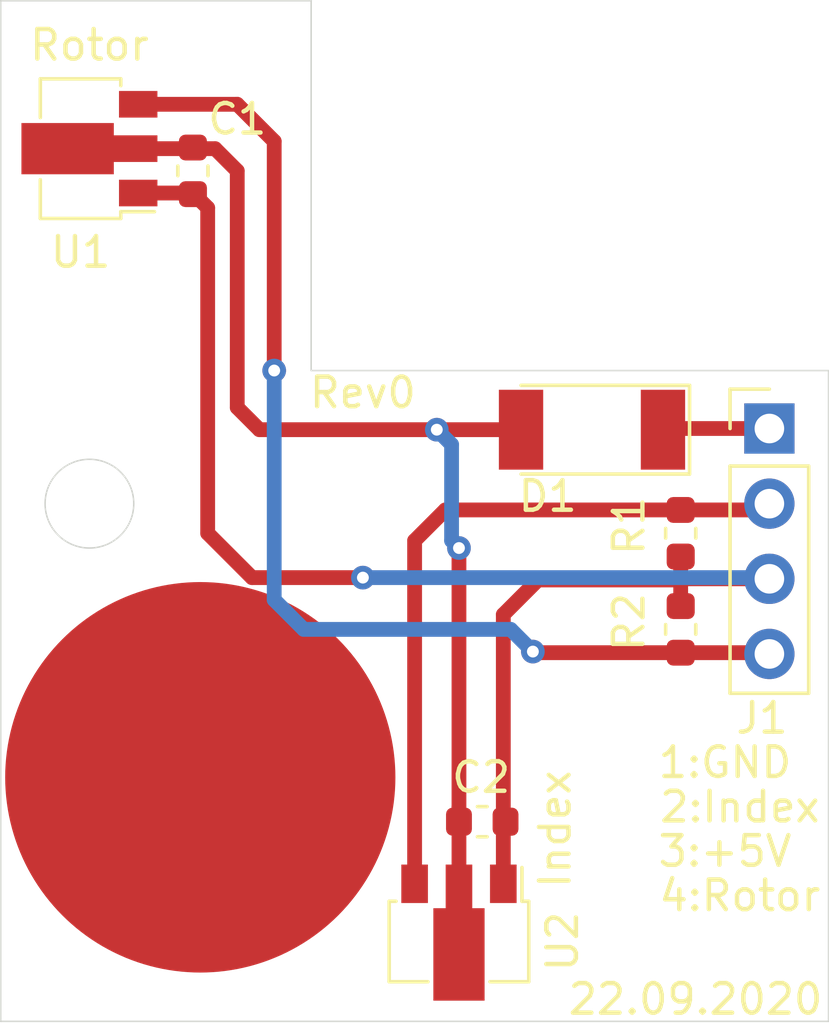
<source format=kicad_pcb>
(kicad_pcb (version 20171130) (host pcbnew "(5.1.6)-1")

  (general
    (thickness 1.6)
    (drawings 16)
    (tracks 55)
    (zones 0)
    (modules 9)
    (nets 6)
  )

  (page A4)
  (layers
    (0 F.Cu signal)
    (31 B.Cu signal)
    (32 B.Adhes user)
    (33 F.Adhes user)
    (34 B.Paste user)
    (35 F.Paste user)
    (36 B.SilkS user)
    (37 F.SilkS user)
    (38 B.Mask user)
    (39 F.Mask user)
    (40 Dwgs.User user hide)
    (41 Cmts.User user hide)
    (42 Eco1.User user hide)
    (43 Eco2.User user)
    (44 Edge.Cuts user)
    (45 Margin user hide)
    (46 B.CrtYd user hide)
    (47 F.CrtYd user hide)
    (48 B.Fab user hide)
    (49 F.Fab user hide)
  )

  (setup
    (last_trace_width 0.5)
    (user_trace_width 0.5)
    (trace_clearance 0.2)
    (zone_clearance 0.508)
    (zone_45_only no)
    (trace_min 0.2)
    (via_size 0.8)
    (via_drill 0.4)
    (via_min_size 0.4)
    (via_min_drill 0.3)
    (uvia_size 0.3)
    (uvia_drill 0.1)
    (uvias_allowed no)
    (uvia_min_size 0.2)
    (uvia_min_drill 0.1)
    (edge_width 0.05)
    (segment_width 0.2)
    (pcb_text_width 0.3)
    (pcb_text_size 1.5 1.5)
    (mod_edge_width 0.12)
    (mod_text_size 1 1)
    (mod_text_width 0.15)
    (pad_size 1.524 1.524)
    (pad_drill 0.762)
    (pad_to_mask_clearance 0.05)
    (aux_axis_origin 0 0)
    (visible_elements FFFFFF7F)
    (pcbplotparams
      (layerselection 0x010fc_ffffffff)
      (usegerberextensions false)
      (usegerberattributes true)
      (usegerberadvancedattributes true)
      (creategerberjobfile true)
      (excludeedgelayer true)
      (linewidth 0.100000)
      (plotframeref false)
      (viasonmask false)
      (mode 1)
      (useauxorigin false)
      (hpglpennumber 1)
      (hpglpenspeed 20)
      (hpglpendiameter 15.000000)
      (psnegative false)
      (psa4output false)
      (plotreference true)
      (plotvalue true)
      (plotinvisibletext false)
      (padsonsilk false)
      (subtractmaskfromsilk false)
      (outputformat 1)
      (mirror false)
      (drillshape 0)
      (scaleselection 1)
      (outputdirectory "Gerber/"))
  )

  (net 0 "")
  (net 1 GND)
  (net 2 +5V)
  (net 3 "Net-(D1-Pad1)")
  (net 4 /Rotor_Sens)
  (net 5 "Net-(J1-Pad2)")

  (net_class Default "This is the default net class."
    (clearance 0.2)
    (trace_width 0.25)
    (via_dia 0.8)
    (via_drill 0.4)
    (uvia_dia 0.3)
    (uvia_drill 0.1)
    (add_net +5V)
    (add_net /Rotor_Sens)
    (add_net GND)
    (add_net "Net-(D1-Pad1)")
    (add_net "Net-(J1-Pad2)")
  )

  (module nerdberg_logo:nerdbergLogo_klein (layer F.Cu) (tedit 5F69BE7A) (tstamp 5F69DC43)
    (at 81.8 66.25)
    (fp_text reference G*** (at 0 0) (layer F.SilkS) hide
      (effects (font (size 1.524 1.524) (thickness 0.3)))
    )
    (fp_text value LOGO (at 0.75 0) (layer F.SilkS) hide
      (effects (font (size 1.524 1.524) (thickness 0.3)))
    )
    (fp_poly (pts (xy 0.52841 -6.57718) (xy 0.931699 -6.53024) (xy 0.9692 -6.524586) (xy 1.365924 -6.450862)
      (xy 1.756595 -6.352862) (xy 2.140006 -6.23121) (xy 2.514947 -6.086527) (xy 2.880211 -5.919434)
      (xy 3.234589 -5.730554) (xy 3.576874 -5.520506) (xy 3.905857 -5.289914) (xy 4.220331 -5.039398)
      (xy 4.519086 -4.769581) (xy 4.668257 -4.621412) (xy 4.948342 -4.316193) (xy 5.206712 -3.997899)
      (xy 5.443169 -3.66695) (xy 5.657518 -3.323766) (xy 5.84956 -2.968766) (xy 6.019099 -2.602373)
      (xy 6.165937 -2.225005) (xy 6.289878 -1.837084) (xy 6.390723 -1.439029) (xy 6.468277 -1.031261)
      (xy 6.515074 -0.6834) (xy 6.523755 -0.583939) (xy 6.53055 -0.464113) (xy 6.535459 -0.328888)
      (xy 6.53848 -0.183228) (xy 6.539615 -0.032099) (xy 6.538863 0.119533) (xy 6.536225 0.266705)
      (xy 6.531699 0.404449) (xy 6.525287 0.527803) (xy 6.516988 0.631799) (xy 6.515074 0.6501)
      (xy 6.457655 1.063699) (xy 6.377393 1.466416) (xy 6.274132 1.858791) (xy 6.147713 2.241366)
      (xy 5.99798 2.614683) (xy 5.858574 2.912508) (xy 5.823116 2.983079) (xy 5.788934 3.050242)
      (xy 5.758697 3.108815) (xy 5.735074 3.153618) (xy 5.723456 3.174799) (xy 5.570474 3.433623)
      (xy 5.417405 3.672135) (xy 5.260589 3.895168) (xy 5.096363 4.107556) (xy 4.921064 4.314134)
      (xy 4.73103 4.519735) (xy 4.614629 4.638429) (xy 4.348096 4.892421) (xy 4.07823 5.123891)
      (xy 3.801001 5.335708) (xy 3.51238 5.530739) (xy 3.208339 5.711853) (xy 2.884847 5.881919)
      (xy 2.830454 5.908567) (xy 2.496041 6.060333) (xy 2.161009 6.190896) (xy 1.821737 6.301281)
      (xy 1.474599 6.392516) (xy 1.115972 6.465628) (xy 0.742232 6.521643) (xy 0.6136 6.536701)
      (xy 0.536749 6.543411) (xy 0.439535 6.549278) (xy 0.326983 6.554216) (xy 0.204118 6.558139)
      (xy 0.075965 6.560961) (xy -0.052451 6.562597) (xy -0.176104 6.56296) (xy -0.28997 6.561964)
      (xy -0.389022 6.559523) (xy -0.468237 6.555552) (xy -0.472118 6.555273) (xy -0.884322 6.512548)
      (xy -1.290081 6.445573) (xy -1.688575 6.354682) (xy -2.078985 6.240209) (xy -2.46049 6.10249)
      (xy -2.832271 5.94186) (xy -3.193505 5.758653) (xy -3.543375 5.553205) (xy -3.881059 5.325849)
      (xy -4.205737 5.076922) (xy -4.314 4.986596) (xy -4.391484 4.918121) (xy -4.480865 4.835069)
      (xy -4.577984 4.741632) (xy -4.678683 4.642004) (xy -4.7788 4.540378) (xy -4.874177 4.440948)
      (xy -4.960654 4.347906) (xy -5.034072 4.265446) (xy -5.062329 4.232204) (xy -5.319074 3.905998)
      (xy -5.552202 3.571366) (xy -5.761976 3.227692) (xy -5.948656 2.874361) (xy -6.112505 2.510756)
      (xy -6.253785 2.136262) (xy -6.372758 1.750262) (xy -6.469687 1.35214) (xy -6.544832 0.941281)
      (xy -6.583373 0.65645) (xy -6.591157 0.571409) (xy -6.597413 0.465549) (xy -6.602139 0.343403)
      (xy -6.605337 0.209506) (xy -6.607006 0.068392) (xy -6.607076 -0.00395) (xy -6.376868 -0.00395)
      (xy -6.374675 0.202338) (xy -6.368294 0.389803) (xy -6.357116 0.564768) (xy -6.340529 0.733555)
      (xy -6.317924 0.902489) (xy -6.288692 1.077892) (xy -6.256284 1.246155) (xy -6.165148 1.63217)
      (xy -6.049746 2.012296) (xy -5.910819 2.384867) (xy -5.749109 2.748212) (xy -5.565359 3.100664)
      (xy -5.36031 3.440553) (xy -5.137294 3.762714) (xy -4.940534 4.013192) (xy -4.723387 4.26147)
      (xy -4.490721 4.502651) (xy -4.247404 4.731835) (xy -3.998305 4.944123) (xy -3.842148 5.065821)
      (xy -3.538976 5.278818) (xy -3.218047 5.476579) (xy -2.88332 5.657036) (xy -2.538756 5.818123)
      (xy -2.188316 5.957773) (xy -2.021363 6.015861) (xy -1.654679 6.124782) (xy -1.279714 6.211551)
      (xy -0.89955 6.275753) (xy -0.517267 6.316972) (xy -0.135948 6.334794) (xy 0.241327 6.328802)
      (xy 0.2834 6.326618) (xy 0.692255 6.291629) (xy 1.093009 6.23262) (xy 1.485496 6.149642)
      (xy 1.869556 6.042747) (xy 2.245025 5.911988) (xy 2.61174 5.757416) (xy 2.969538 5.579083)
      (xy 3.318256 5.377042) (xy 3.3822 5.33679) (xy 3.710843 5.112302) (xy 4.023927 4.868054)
      (xy 4.320661 4.604949) (xy 4.600254 4.323892) (xy 4.861913 4.025789) (xy 5.104848 3.711544)
      (xy 5.328268 3.382061) (xy 5.53138 3.038246) (xy 5.713394 2.681004) (xy 5.723092 2.660309)
      (xy 5.879008 2.296356) (xy 6.011008 1.925161) (xy 6.119127 1.547937) (xy 6.203401 1.165897)
      (xy 6.263866 0.780256) (xy 6.300556 0.392226) (xy 6.313506 0.003022) (xy 6.302753 -0.386144)
      (xy 6.268331 -0.774057) (xy 6.210276 -1.159503) (xy 6.128623 -1.541271) (xy 6.023408 -1.918145)
      (xy 5.894665 -2.288912) (xy 5.742429 -2.65236) (xy 5.566738 -3.007273) (xy 5.557688 -3.024123)
      (xy 5.404099 -3.295208) (xy 5.244311 -3.548858) (xy 5.074782 -3.789797) (xy 4.89197 -4.02275)
      (xy 4.692333 -4.252441) (xy 4.472329 -4.483596) (xy 4.437087 -4.518953) (xy 4.244394 -4.705076)
      (xy 4.056963 -4.873007) (xy 3.868999 -5.027422) (xy 3.674707 -5.172998) (xy 3.468292 -5.31441)
      (xy 3.3822 -5.370114) (xy 3.036975 -5.575286) (xy 2.681883 -5.757326) (xy 2.317963 -5.916043)
      (xy 1.946257 -6.051243) (xy 1.567805 -6.162734) (xy 1.183648 -6.250322) (xy 0.794826 -6.313815)
      (xy 0.402382 -6.35302) (xy 0.007354 -6.367743) (xy -0.389215 -6.357792) (xy -0.786286 -6.322975)
      (xy -1.182817 -6.263098) (xy -1.306967 -6.239113) (xy -1.683628 -6.149805) (xy -2.057005 -6.036076)
      (xy -2.424797 -5.898889) (xy -2.784703 -5.739206) (xy -3.134421 -5.557986) (xy -3.471652 -5.356192)
      (xy -3.562135 -5.297059) (xy -3.855192 -5.088323) (xy -4.141369 -4.857662) (xy -4.417266 -4.60831)
      (xy -4.679484 -4.343504) (xy -4.924623 -4.066478) (xy -5.133897 -3.80125) (xy -5.356614 -3.480799)
      (xy -5.559516 -3.145393) (xy -5.741851 -2.796859) (xy -5.902865 -2.437028) (xy -6.041808 -2.067727)
      (xy -6.157927 -1.690786) (xy -6.250472 -1.308033) (xy -6.318689 -0.921298) (xy -6.319112 -0.91835)
      (xy -6.335963 -0.795539) (xy -6.349359 -0.68438) (xy -6.359648 -0.579335) (xy -6.367181 -0.474869)
      (xy -6.372308 -0.365443) (xy -6.375377 -0.245521) (xy -6.37674 -0.109567) (xy -6.376868 -0.00395)
      (xy -6.607076 -0.00395) (xy -6.607146 -0.075404) (xy -6.605758 -0.217349) (xy -6.60284 -0.352908)
      (xy -6.598393 -0.477547) (xy -6.592418 -0.586732) (xy -6.584914 -0.675928) (xy -6.583373 -0.68975)
      (xy -6.522803 -1.109493) (xy -6.440657 -1.51604) (xy -6.336668 -1.910019) (xy -6.210568 -2.292058)
      (xy -6.062091 -2.662786) (xy -5.89097 -3.02283) (xy -5.696937 -3.372818) (xy -5.479725 -3.713379)
      (xy -5.239067 -4.045139) (xy -5.062329 -4.265505) (xy -4.99632 -4.341685) (xy -4.915337 -4.430377)
      (xy -4.82354 -4.527388) (xy -4.725088 -4.628524) (xy -4.62414 -4.729592) (xy -4.524857 -4.8264)
      (xy -4.431397 -4.914753) (xy -4.347921 -4.990458) (xy -4.314 -5.019897) (xy -3.995841 -5.274644)
      (xy -3.664685 -5.50802) (xy -3.321609 -5.71972) (xy -2.967687 -5.909437) (xy -2.603992 -6.076866)
      (xy -2.231601 -6.221699) (xy -1.851586 -6.343632) (xy -1.465023 -6.442359) (xy -1.072986 -6.517573)
      (xy -0.67655 -6.568968) (xy -0.276789 -6.596238) (xy 0.125222 -6.599077) (xy 0.52841 -6.57718)) (layer F.Mask) (width 0.01))
    (fp_poly (pts (xy 2.521544 -5.745667) (xy 2.551848 -5.738037) (xy 2.570048 -5.726105) (xy 2.58015 -5.703689)
      (xy 2.586159 -5.664608) (xy 2.588346 -5.64258) (xy 2.594701 -5.585932) (xy 2.603333 -5.521921)
      (xy 2.609185 -5.484) (xy 2.614037 -5.448576) (xy 2.615818 -5.414201) (xy 2.614131 -5.375354)
      (xy 2.608579 -5.326517) (xy 2.598765 -5.262169) (xy 2.589088 -5.2046) (xy 2.569496 -5.093047)
      (xy 2.552708 -5.003966) (xy 2.538076 -4.934668) (xy 2.524946 -4.882461) (xy 2.512668 -4.844654)
      (xy 2.500591 -4.818557) (xy 2.492847 -4.806987) (xy 2.482784 -4.786703) (xy 2.470639 -4.748095)
      (xy 2.456056 -4.68967) (xy 2.438677 -4.609932) (xy 2.418146 -4.507388) (xy 2.405322 -4.440409)
      (xy 2.388131 -4.348158) (xy 2.372425 -4.261356) (xy 2.358884 -4.183965) (xy 2.348187 -4.119944)
      (xy 2.341016 -4.073252) (xy 2.338115 -4.04899) (xy 2.33445 -3.993658) (xy 2.4043 -3.966577)
      (xy 2.47415 -3.939497) (xy 2.473812 -3.883074) (xy 2.471759 -3.848301) (xy 2.466425 -3.795682)
      (xy 2.458626 -3.73244) (xy 2.449466 -3.667689) (xy 2.44089 -3.603924) (xy 2.435096 -3.546533)
      (xy 2.432578 -3.501652) (xy 2.433827 -3.475418) (xy 2.433967 -3.474828) (xy 2.451072 -3.444919)
      (xy 2.484544 -3.412953) (xy 2.496412 -3.404359) (xy 2.529113 -3.37975) (xy 2.544876 -3.358601)
      (xy 2.549195 -3.332463) (xy 2.54911 -3.323349) (xy 2.54054 -3.284179) (xy 2.518051 -3.231145)
      (xy 2.494413 -3.187378) (xy 2.440956 -3.095847) (xy 2.32805 -2.426199) (xy 2.294934 -2.230922)
      (xy 2.262017 -2.038991) (xy 2.229601 -1.852054) (xy 2.197989 -1.671758) (xy 2.167482 -1.499751)
      (xy 2.138385 -1.33768) (xy 2.110998 -1.187192) (xy 2.085625 -1.049936) (xy 2.062568 -0.927557)
      (xy 2.04213 -0.821705) (xy 2.024613 -0.734025) (xy 2.010319 -0.666167) (xy 1.999551 -0.619776)
      (xy 1.992612 -0.596501) (xy 1.991809 -0.594921) (xy 1.976169 -0.585952) (xy 1.94609 -0.577351)
      (xy 1.94089 -0.576315) (xy 1.911593 -0.569797) (xy 1.896752 -0.564495) (xy 1.8963 -0.563824)
      (xy 1.894275 -0.550735) (xy 1.888415 -0.514511) (xy 1.879036 -0.457073) (xy 1.866455 -0.380344)
      (xy 1.850991 -0.286246) (xy 1.83296 -0.176701) (xy 1.812681 -0.053631) (xy 1.790471 0.08104)
      (xy 1.766648 0.225392) (xy 1.741528 0.377501) (xy 1.71543 0.535446) (xy 1.688672 0.697304)
      (xy 1.66157 0.861154) (xy 1.634442 1.025072) (xy 1.607606 1.187136) (xy 1.58138 1.345425)
      (xy 1.55608 1.498015) (xy 1.532025 1.642985) (xy 1.509533 1.778413) (xy 1.488919 1.902376)
      (xy 1.483856 1.9328) (xy 1.452663 2.119754) (xy 1.425057 2.284134) (xy 1.400572 2.42844)
      (xy 1.378742 2.555171) (xy 1.359101 2.666827) (xy 1.341182 2.765908) (xy 1.32452 2.854915)
      (xy 1.308649 2.936346) (xy 1.293103 3.012703) (xy 1.277416 3.086485) (xy 1.261122 3.160192)
      (xy 1.243755 3.236324) (xy 1.229386 3.29805) (xy 1.171105 3.551163) (xy 1.117082 3.794671)
      (xy 1.067811 4.026144) (xy 1.023783 4.243154) (xy 0.98549 4.443271) (xy 0.953423 4.624067)
      (xy 0.928076 4.783113) (xy 0.926605 4.793102) (xy 0.915111 4.865723) (xy 0.903013 4.9321)
      (xy 0.891386 4.986986) (xy 0.881307 5.025135) (xy 0.876376 5.03795) (xy 0.861686 5.067571)
      (xy 0.840647 5.111921) (xy 0.817263 5.162532) (xy 0.811869 5.1744) (xy 0.768283 5.262556)
      (xy 0.722883 5.335352) (xy 0.669133 5.402389) (xy 0.624608 5.44945) (xy 0.528351 5.532884)
      (xy 0.419349 5.60442) (xy 0.306214 5.658649) (xy 0.271956 5.670998) (xy 0.227277 5.684797)
      (xy 0.185936 5.694732) (xy 0.141681 5.701636) (xy 0.088262 5.70634) (xy 0.019425 5.709675)
      (xy -0.031589 5.711356) (xy -0.127496 5.713118) (xy -0.202463 5.711877) (xy -0.260797 5.707447)
      (xy -0.306802 5.699644) (xy -0.30715 5.699563) (xy -0.429101 5.66451) (xy -0.54156 5.619088)
      (xy -0.641367 5.565267) (xy -0.725362 5.505017) (xy -0.790384 5.440309) (xy -0.833272 5.373115)
      (xy -0.834247 5.370938) (xy -0.871538 5.272756) (xy -0.903496 5.158395) (xy -0.930379 5.026236)
      (xy -0.952441 4.874659) (xy -0.96994 4.702046) (xy -0.983133 4.506776) (xy -0.988253 4.398734)
      (xy -0.991796 4.300809) (xy -0.994195 4.202936) (xy -0.995383 4.102874) (xy -0.995292 3.998382)
      (xy -0.993856 3.887219) (xy -0.991007 3.767146) (xy -0.986677 3.63592) (xy -0.9808 3.491303)
      (xy -0.973307 3.331053) (xy -0.964132 3.152929) (xy -0.953207 2.954692) (xy -0.940465 2.734099)
      (xy -0.935891 2.6567) (xy -0.920673 2.393086) (xy -0.907841 2.153481) (xy -0.897451 1.9366)
      (xy -0.889556 1.741161) (xy -0.88421 1.565878) (xy -0.881467 1.409468) (xy -0.881381 1.270648)
      (xy -0.884006 1.148132) (xy -0.889397 1.040637) (xy -0.897608 0.94688) (xy -0.908692 0.865575)
      (xy -0.922704 0.79544) (xy -0.939698 0.735191) (xy -0.959728 0.683542) (xy -0.982847 0.639211)
      (xy -1.009111 0.600914) (xy -1.023218 0.583878) (xy -1.102637 0.512064) (xy -1.196644 0.458475)
      (xy -1.300953 0.424341) (xy -1.411276 0.410893) (xy -1.523325 0.41936) (xy -1.564957 0.428448)
      (xy -1.658571 0.457149) (xy -1.736293 0.492079) (xy -1.800865 0.536276) (xy -1.85503 0.59278)
      (xy -1.901531 0.66463) (xy -1.943108 0.754866) (xy -1.982506 0.866526) (xy -1.994142 0.9041)
      (xy -2.006231 0.944982) (xy -2.017512 0.985491) (xy -2.028175 1.027065) (xy -2.038406 1.071144)
      (xy -2.048394 1.11917) (xy -2.058328 1.172582) (xy -2.068395 1.23282) (xy -2.078782 1.301325)
      (xy -2.089679 1.379537) (xy -2.101274 1.468897) (xy -2.113753 1.570843) (xy -2.127306 1.686818)
      (xy -2.14212 1.81826) (xy -2.158384 1.966611) (xy -2.176285 2.13331) (xy -2.196012 2.319797)
      (xy -2.217752 2.527513) (xy -2.241694 2.757899) (xy -2.262766 2.9615) (xy -2.294112 3.264422)
      (xy -2.323002 3.542911) (xy -2.349525 3.797805) (xy -2.373771 4.029942) (xy -2.395829 4.240161)
      (xy -2.415788 4.4293) (xy -2.433738 4.598198) (xy -2.449769 4.747693) (xy -2.463969 4.878623)
      (xy -2.476428 4.991828) (xy -2.487236 5.088146) (xy -2.496481 5.168414) (xy -2.504254 5.233473)
      (xy -2.509185 5.2729) (xy -2.532812 5.45705) (xy -2.534406 5.335086) (xy -2.53415 5.251696)
      (xy -2.531607 5.146457) (xy -2.526932 5.021295) (xy -2.52028 4.878136) (xy -2.511807 4.718904)
      (xy -2.501667 4.545526) (xy -2.490016 4.359928) (xy -2.477009 4.164034) (xy -2.4628 3.95977)
      (xy -2.447545 3.749062) (xy -2.431399 3.533835) (xy -2.414518 3.316015) (xy -2.397055 3.097527)
      (xy -2.379167 2.880297) (xy -2.361008 2.666251) (xy -2.342733 2.457313) (xy -2.324498 2.25541)
      (xy -2.306457 2.062466) (xy -2.288767 1.880408) (xy -2.271581 1.711162) (xy -2.255055 1.556651)
      (xy -2.239344 1.418803) (xy -2.224602 1.299543) (xy -2.210987 1.200795) (xy -2.198651 1.124486)
      (xy -2.192854 1.0946) (xy -2.147763 0.912078) (xy -2.094038 0.750968) (xy -2.031987 0.611849)
      (xy -1.961917 0.4953) (xy -1.884135 0.401903) (xy -1.798948 0.332237) (xy -1.785013 0.323548)
      (xy -1.697832 0.280983) (xy -1.604608 0.255538) (xy -1.499556 0.245992) (xy -1.42475 0.24759)
      (xy -1.27487 0.265412) (xy -1.142787 0.301029) (xy -1.02869 0.354298) (xy -0.932764 0.425078)
      (xy -0.855196 0.513224) (xy -0.796171 0.618596) (xy -0.755876 0.741051) (xy -0.751087 0.762663)
      (xy -0.736283 0.854291) (xy -0.725623 0.967049) (xy -0.719108 1.101463) (xy -0.716742 1.258059)
      (xy -0.718526 1.437362) (xy -0.724462 1.639897) (xy -0.734553 1.86619) (xy -0.748799 2.116765)
      (xy -0.75699 2.24395) (xy -0.776779 2.553401) (xy -0.79341 2.840925) (xy -0.807009 3.109779)
      (xy -0.817706 3.363222) (xy -0.825628 3.604513) (xy -0.830902 3.83691) (xy -0.833658 4.063671)
      (xy -0.834159 4.208789) (xy -0.833948 4.338851) (xy -0.833188 4.447331) (xy -0.831735 4.538043)
      (xy -0.829439 4.614802) (xy -0.826154 4.681423) (xy -0.821734 4.741721) (xy -0.81603 4.79951)
      (xy -0.809168 4.856489) (xy -0.792093 4.975589) (xy -0.773514 5.073592) (xy -0.751704 5.154799)
      (xy -0.724937 5.223511) (xy -0.691484 5.284032) (xy -0.649619 5.340662) (xy -0.597614 5.397703)
      (xy -0.587934 5.407458) (xy -0.53538 5.455897) (xy -0.484294 5.492693) (xy -0.42942 5.519861)
      (xy -0.365502 5.539417) (xy -0.287285 5.553376) (xy -0.189513 5.563755) (xy -0.177875 5.564721)
      (xy -0.031384 5.570447) (xy 0.095716 5.562019) (xy 0.205222 5.539295) (xy 0.227251 5.532322)
      (xy 0.335493 5.488159) (xy 0.442016 5.430865) (xy 0.540108 5.364728) (xy 0.62306 5.29404)
      (xy 0.657834 5.257081) (xy 0.700018 5.204653) (xy 0.737661 5.151983) (xy 0.767531 5.104161)
      (xy 0.786398 5.066277) (xy 0.7914 5.046681) (xy 0.787267 5.028453) (xy 0.771941 5.015709)
      (xy 0.741027 5.006598) (xy 0.690133 4.999269) (xy 0.674975 4.997623) (xy 0.633123 4.994192)
      (xy 0.610672 4.995771) (xy 0.60193 5.003414) (xy 0.6009 5.011331) (xy 0.595564 5.032127)
      (xy 0.581357 5.068772) (xy 0.560979 5.114506) (xy 0.553275 5.130615) (xy 0.487896 5.238423)
      (xy 0.406587 5.32661) (xy 0.31001 5.394786) (xy 0.198827 5.442562) (xy 0.073702 5.469547)
      (xy -0.033594 5.475912) (xy -0.163086 5.465914) (xy -0.283662 5.437336) (xy -0.392479 5.391611)
      (xy -0.486696 5.330173) (xy -0.563469 5.254455) (xy -0.610043 5.185252) (xy -0.632759 5.139379)
      (xy -0.652451 5.089697) (xy -0.669309 5.034209) (xy -0.683525 4.970919) (xy -0.69529 4.897833)
      (xy -0.704795 4.812954) (xy -0.712232 4.714286) (xy -0.717792 4.599835) (xy -0.721665 4.467604)
      (xy -0.724044 4.315597) (xy -0.72512 4.14182) (xy -0.725167 3.98385) (xy -0.724975 3.8756)
      (xy -0.724724 3.778994) (xy -0.724317 3.691711) (xy -0.723654 3.61143) (xy -0.722637 3.535831)
      (xy -0.721168 3.462595) (xy -0.719146 3.389401) (xy -0.716475 3.313929) (xy -0.713055 3.233858)
      (xy -0.708788 3.14687) (xy -0.703575 3.050643) (xy -0.697317 2.942857) (xy -0.689916 2.821193)
      (xy -0.681273 2.683329) (xy -0.671289 2.526947) (xy -0.659867 2.349725) (xy -0.647686 2.1614)
      (xy -0.640859 2.036836) (xy -0.635093 1.892877) (xy -0.630553 1.735508) (xy -0.627406 1.570719)
      (xy -0.625818 1.404497) (xy -0.625692 1.36765) (xy -0.625499 1.244454) (xy -0.625614 1.14353)
      (xy -0.62618 1.061746) (xy -0.627339 0.995975) (xy -0.629234 0.943087) (xy -0.632008 0.899953)
      (xy -0.635801 0.863444) (xy -0.640758 0.830431) (xy -0.64702 0.797784) (xy -0.652858 0.770759)
      (xy -0.689199 0.641748) (xy -0.737821 0.53255) (xy -0.801479 0.43967) (xy -0.882924 0.359613)
      (xy -0.984909 0.288883) (xy -1.067395 0.244332) (xy -1.152869 0.204706) (xy -1.225747 0.178044)
      (xy -1.294143 0.162597) (xy -1.366166 0.156618) (xy -1.449927 0.158359) (xy -1.46285 0.159107)
      (xy -1.607496 0.176646) (xy -1.734279 0.211224) (xy -1.845248 0.264109) (xy -1.942451 0.336568)
      (xy -2.027936 0.429869) (xy -2.103753 0.545282) (xy -2.112679 0.561375) (xy -2.130298 0.593724)
      (xy -2.146301 0.623767) (xy -2.160906 0.652885) (xy -2.174336 0.682459) (xy -2.186809 0.713871)
      (xy -2.198546 0.748501) (xy -2.209768 0.78773) (xy -2.220694 0.83294) (xy -2.231545 0.885512)
      (xy -2.242541 0.946826) (xy -2.253902 1.018265) (xy -2.265849 1.101207) (xy -2.278602 1.197036)
      (xy -2.29238 1.307132) (xy -2.307405 1.432876) (xy -2.323896 1.575649) (xy -2.342074 1.736832)
      (xy -2.362159 1.917806) (xy -2.38437 2.119953) (xy -2.40893 2.344653) (xy -2.434661 2.5805)
      (xy -2.455295 2.768537) (xy -2.476391 2.958764) (xy -2.497693 3.148965) (xy -2.51894 3.33692)
      (xy -2.539875 3.520412) (xy -2.56024 3.697223) (xy -2.579775 3.865135) (xy -2.598222 4.02193)
      (xy -2.615322 4.165391) (xy -2.630818 4.293298) (xy -2.644449 4.403436) (xy -2.655959 4.493585)
      (xy -2.665088 4.561527) (xy -2.667834 4.58075) (xy -2.684552 4.69505) (xy -2.679266 4.52995)
      (xy -2.676433 4.467408) (xy -2.67128 4.381723) (xy -2.663994 4.275029) (xy -2.654767 4.149457)
      (xy -2.643788 4.00714) (xy -2.631245 3.850211) (xy -2.61733 3.680802) (xy -2.602231 3.501047)
      (xy -2.586138 3.313078) (xy -2.56924 3.119028) (xy -2.551728 2.921029) (xy -2.53379 2.721214)
      (xy -2.515616 2.521716) (xy -2.497396 2.324668) (xy -2.47932 2.132202) (xy -2.461576 1.946451)
      (xy -2.444355 1.769548) (xy -2.427846 1.603625) (xy -2.412238 1.450816) (xy -2.397722 1.313252)
      (xy -2.384486 1.193066) (xy -2.376578 1.124586) (xy -2.359957 0.993389) (xy -2.343216 0.883702)
      (xy -2.325246 0.791651) (xy -2.304938 0.713365) (xy -2.281182 0.644973) (xy -2.25287 0.582603)
      (xy -2.218892 0.522382) (xy -2.192201 0.481007) (xy -2.093287 0.354264) (xy -1.981814 0.248993)
      (xy -1.858781 0.165744) (xy -1.725186 0.105068) (xy -1.582027 0.067519) (xy -1.430304 0.053646)
      (xy -1.4184 0.053575) (xy -1.266233 0.065712) (xy -1.122133 0.10153) (xy -0.987735 0.160139)
      (xy -0.864671 0.240649) (xy -0.754573 0.34217) (xy -0.659074 0.463811) (xy -0.655196 0.469667)
      (xy -0.621517 0.523635) (xy -0.593444 0.575985) (xy -0.570552 0.629545) (xy -0.552416 0.687145)
      (xy -0.538611 0.751611) (xy -0.528712 0.825772) (xy -0.522294 0.912457) (xy -0.518933 1.014493)
      (xy -0.518204 1.134709) (xy -0.519681 1.275932) (xy -0.521233 1.3613) (xy -0.528327 1.627247)
      (xy -0.539263 1.907618) (xy -0.554183 2.205369) (xy -0.57323 2.523457) (xy -0.586345 2.7202)
      (xy -0.600845 2.952042) (xy -0.612414 3.18288) (xy -0.621082 3.410744) (xy -0.626881 3.633665)
      (xy -0.629841 3.849673) (xy -0.629994 4.056799) (xy -0.627371 4.253073) (xy -0.622003 4.436526)
      (xy -0.61392 4.605189) (xy -0.603155 4.757092) (xy -0.589738 4.890266) (xy -0.5737 5.002741)
      (xy -0.555072 5.092549) (xy -0.548526 5.116322) (xy -0.516883 5.181025) (xy -0.461035 5.242964)
      (xy -0.380585 5.302502) (xy -0.290697 5.35242) (xy -0.182065 5.40625) (xy 0.13735 5.40625)
      (xy 0.232198 5.355594) (xy 0.316661 5.302196) (xy 0.394187 5.237568) (xy 0.458813 5.167358)
      (xy 0.504216 5.097928) (xy 0.524266 5.050025) (xy 0.538356 4.99438) (xy 0.548427 4.922929)
      (xy 0.549982 4.907566) (xy 0.551928 4.888763) (xy 0.709928 4.888763) (xy 0.713467 4.915)
      (xy 0.722535 4.931951) (xy 0.737366 4.942762) (xy 0.758198 4.950581) (xy 0.770772 4.954305)
      (xy 0.809946 4.963601) (xy 0.840255 4.967096) (xy 0.854569 4.964065) (xy 0.8549 4.962877)
      (xy 0.856997 4.943613) (xy 0.862841 4.903362) (xy 0.87176 4.84615) (xy 0.883084 4.776002)
      (xy 0.89614 4.696945) (xy 0.910258 4.613004) (xy 0.924766 4.528206) (xy 0.938993 4.446576)
      (xy 0.952268 4.372139) (xy 0.963919 4.308923) (xy 0.96415 4.3077) (xy 0.983156 4.209701)
      (xy 1.005457 4.0991) (xy 1.030329 3.979153) (xy 1.057045 3.853116) (xy 1.084882 3.724246)
      (xy 1.113113 3.595801) (xy 1.141014 3.471037) (xy 1.167859 3.353211) (xy 1.192924 3.245578)
      (xy 1.215482 3.151398) (xy 1.234809 3.073925) (xy 1.25018 3.016417) (xy 1.256293 2.995723)
      (xy 1.257704 2.982481) (xy 1.247474 2.97634) (xy 1.220201 2.975551) (xy 1.197493 2.976673)
      (xy 1.13153 2.98055) (xy 1.076439 3.155399) (xy 1.0245 3.329609) (xy 0.973788 3.519002)
      (xy 0.923892 3.725408) (xy 0.874402 3.95066) (xy 0.824907 4.196587) (xy 0.774996 4.465023)
      (xy 0.746344 4.627993) (xy 0.730126 4.722854) (xy 0.718493 4.795837) (xy 0.711682 4.850091)
      (xy 0.709928 4.888763) (xy 0.551928 4.888763) (xy 0.55445 4.864404) (xy 0.561498 4.800171)
      (xy 0.570653 4.719012) (xy 0.58144 4.625073) (xy 0.593386 4.522497) (xy 0.606016 4.41543)
      (xy 0.612799 4.3585) (xy 0.627332 4.23432) (xy 0.643392 4.092544) (xy 0.660143 3.940867)
      (xy 0.676746 3.78698) (xy 0.692364 3.638579) (xy 0.706159 3.503357) (xy 0.708895 3.47585)
      (xy 0.720791 3.358609) (xy 0.733484 3.238852) (xy 0.746411 3.121547) (xy 0.759006 3.01166)
      (xy 0.770705 2.914158) (xy 0.775655 2.875408) (xy 1.107902 2.875408) (xy 1.114007 2.90128)
      (xy 1.128412 2.915636) (xy 1.152181 2.921869) (xy 1.186378 2.923366) (xy 1.200499 2.9234)
      (xy 1.239535 2.921419) (xy 1.261268 2.913432) (xy 1.273625 2.89637) (xy 1.274314 2.894825)
      (xy 1.278207 2.878164) (xy 1.285849 2.838158) (xy 1.296952 2.776538) (xy 1.311233 2.695035)
      (xy 1.328405 2.595381) (xy 1.348183 2.479308) (xy 1.370281 2.348548) (xy 1.394414 2.204832)
      (xy 1.420296 2.049892) (xy 1.447642 1.885461) (xy 1.476166 1.713268) (xy 1.505583 1.535048)
      (xy 1.535607 1.35253) (xy 1.565953 1.167447) (xy 1.596335 0.98153) (xy 1.626467 0.796512)
      (xy 1.656065 0.614124) (xy 1.684842 0.436097) (xy 1.712513 0.264164) (xy 1.738792 0.100056)
      (xy 1.763395 -0.054496) (xy 1.786035 -0.197758) (xy 1.806427 -0.328) (xy 1.81821 -0.404)
      (xy 1.82849 -0.473872) (xy 1.833713 -0.522551) (xy 1.833293 -0.553851) (xy 1.826644 -0.571583)
      (xy 1.813177 -0.579559) (xy 1.792307 -0.58159) (xy 1.790876 -0.581606) (xy 1.778099 -0.578115)
      (xy 1.765785 -0.565779) (xy 1.753078 -0.542144) (xy 1.739126 -0.504753) (xy 1.723074 -0.451152)
      (xy 1.704066 -0.378885) (xy 1.681249 -0.285497) (xy 1.667299 -0.226513) (xy 1.638243 -0.098318)
      (xy 1.605862 0.052441) (xy 1.570624 0.223212) (xy 1.533001 0.411443) (xy 1.493464 0.614583)
      (xy 1.452481 0.83008) (xy 1.410525 1.055383) (xy 1.368065 1.28794) (xy 1.325571 1.5252)
      (xy 1.283514 1.764611) (xy 1.242365 2.003622) (xy 1.202593 2.239682) (xy 1.16467 2.470238)
      (xy 1.129065 2.69274) (xy 1.12874 2.6948) (xy 1.116332 2.775558) (xy 1.109032 2.834631)
      (xy 1.107902 2.875408) (xy 0.775655 2.875408) (xy 0.780944 2.834007) (xy 0.786138 2.7964)
      (xy 0.791572 2.760708) (xy 0.800895 2.701891) (xy 0.813786 2.621875) (xy 0.829926 2.522584)
      (xy 0.848995 2.405943) (xy 0.870672 2.273875) (xy 0.894638 2.128307) (xy 0.920573 1.971162)
      (xy 0.948157 1.804366) (xy 0.97707 1.629842) (xy 1.006993 1.449516) (xy 1.037606 1.265312)
      (xy 1.068588 1.079155) (xy 1.09962 0.892969) (xy 1.130381 0.708679) (xy 1.160553 0.52821)
      (xy 1.189815 0.353486) (xy 1.217847 0.186433) (xy 1.24433 0.028974) (xy 1.268943 -0.116966)
      (xy 1.291367 -0.249462) (xy 1.311282 -0.366589) (xy 1.328368 -0.466423) (xy 1.329645 -0.47385)
      (xy 1.340203 -0.538343) (xy 1.348285 -0.593893) (xy 1.35327 -0.635719) (xy 1.354542 -0.659037)
      (xy 1.353983 -0.661959) (xy 1.338361 -0.673952) (xy 1.317216 -0.68387) (xy 1.294097 -0.70066)
      (xy 1.289007 -0.712862) (xy 1.452143 -0.712862) (xy 1.456361 -0.702073) (xy 1.463042 -0.69688)
      (xy 1.482764 -0.690879) (xy 1.522294 -0.682196) (xy 1.576321 -0.671891) (xy 1.639531 -0.661027)
      (xy 1.655068 -0.658519) (xy 1.719441 -0.64818) (xy 1.775714 -0.638991) (xy 1.818646 -0.631819)
      (xy 1.842995 -0.627532) (xy 1.8455 -0.627027) (xy 1.870705 -0.623793) (xy 1.906654 -0.621505)
      (xy 1.910371 -0.621374) (xy 1.956192 -0.6199) (xy 2.015831 -0.92702) (xy 2.03126 -1.007837)
      (xy 2.049355 -1.104956) (xy 2.06973 -1.216149) (xy 2.092001 -1.339184) (xy 2.11578 -1.471834)
      (xy 2.140682 -1.611868) (xy 2.166321 -1.757057) (xy 2.192311 -1.905171) (xy 2.218265 -2.053981)
      (xy 2.2438 -2.201257) (xy 2.268527 -2.34477) (xy 2.292061 -2.48229) (xy 2.314017 -2.611588)
      (xy 2.334009 -2.730434) (xy 2.351649 -2.836598) (xy 2.366554 -2.927852) (xy 2.378336 -3.001965)
      (xy 2.38661 -3.056708) (xy 2.390989 -3.089852) (xy 2.3916 -3.097862) (xy 2.380053 -3.107026)
      (xy 2.348754 -3.120399) (xy 2.302711 -3.136534) (xy 2.246935 -3.153987) (xy 2.186436 -3.171312)
      (xy 2.126223 -3.187065) (xy 2.071307 -3.1998) (xy 2.026697 -3.208072) (xy 2.001075 -3.210513)
      (xy 1.978289 -3.203772) (xy 1.9725 -3.18257) (xy 1.969792 -3.155997) (xy 1.961973 -3.106807)
      (xy 1.949503 -3.037163) (xy 1.93284 -2.94923) (xy 1.912441 -2.845173) (xy 1.888765 -2.727155)
      (xy 1.862272 -2.597341) (xy 1.833418 -2.457895) (xy 1.802663 -2.310982) (xy 1.770466 -2.158765)
      (xy 1.737283 -2.00341) (xy 1.703574 -1.847081) (xy 1.669798 -1.691941) (xy 1.636412 -1.540156)
      (xy 1.603875 -1.393889) (xy 1.572646 -1.255304) (xy 1.543182 -1.126567) (xy 1.515943 -1.009842)
      (xy 1.491386 -0.907292) (xy 1.485442 -0.88299) (xy 1.46864 -0.813498) (xy 1.457807 -0.764617)
      (xy 1.452467 -0.732391) (xy 1.452143 -0.712862) (xy 1.289007 -0.712862) (xy 1.2867 -0.71839)
      (xy 1.28885 -0.753551) (xy 1.295267 -0.813402) (xy 1.305901 -0.897604) (xy 1.320702 -1.005816)
      (xy 1.339618 -1.137699) (xy 1.3626 -1.292913) (xy 1.389596 -1.471117) (xy 1.420558 -1.671972)
      (xy 1.455434 -1.895138) (xy 1.494174 -2.140275) (xy 1.536727 -2.407043) (xy 1.54035 -2.42965)
      (xy 1.566594 -2.593513) (xy 1.589057 -2.734328) (xy 1.607995 -2.854124) (xy 1.623662 -2.95493)
      (xy 1.636312 -3.038776) (xy 1.646201 -3.107691) (xy 1.653582 -3.163703) (xy 1.65871 -3.208844)
      (xy 1.660758 -3.232592) (xy 2.161901 -3.232592) (xy 2.166264 -3.229378) (xy 2.240277 -3.203219)
      (xy 2.306576 -3.182254) (xy 2.361096 -3.167588) (xy 2.399775 -3.160327) (xy 2.41767 -3.161028)
      (xy 2.434423 -3.177125) (xy 2.456512 -3.208107) (xy 2.471645 -3.23375) (xy 2.495169 -3.281316)
      (xy 2.503907 -3.313826) (xy 2.498036 -3.336747) (xy 2.477737 -3.355547) (xy 2.475678 -3.356917)
      (xy 2.445221 -3.371679) (xy 2.398817 -3.388632) (xy 2.34543 -3.405097) (xy 2.294027 -3.418397)
      (xy 2.253571 -3.425854) (xy 2.242415 -3.4266) (xy 2.223632 -3.423084) (xy 2.21547 -3.407829)
      (xy 2.2138 -3.377573) (xy 2.202146 -3.319746) (xy 2.182139 -3.28189) (xy 2.163372 -3.249605)
      (xy 2.161901 -3.232592) (xy 1.660758 -3.232592) (xy 1.661841 -3.245141) (xy 1.663228 -3.274624)
      (xy 1.663127 -3.299322) (xy 1.661791 -3.321265) (xy 1.659476 -3.342481) (xy 1.657105 -3.360182)
      (xy 1.650336 -3.429557) (xy 1.652992 -3.478517) (xy 1.665953 -3.51057) (xy 1.690095 -3.529219)
      (xy 1.700359 -3.532939) (xy 1.736589 -3.543895) (xy 1.761631 -3.5536) (xy 1.8582 -3.5536)
      (xy 1.869569 -3.546113) (xy 1.898417 -3.541551) (xy 1.916929 -3.5409) (xy 1.951453 -3.53821)
      (xy 2.004248 -3.530934) (xy 2.068848 -3.520272) (xy 2.138791 -3.507418) (xy 2.207614 -3.493569)
      (xy 2.268851 -3.479923) (xy 2.316041 -3.467675) (xy 2.32175 -3.465958) (xy 2.357993 -3.455733)
      (xy 2.373793 -3.454638) (xy 2.372506 -3.462927) (xy 2.367538 -3.469438) (xy 2.345518 -3.483943)
      (xy 2.305454 -3.499187) (xy 2.251751 -3.51444) (xy 2.188811 -3.528976) (xy 2.121037 -3.542066)
      (xy 2.052831 -3.552985) (xy 1.988597 -3.561002) (xy 1.932737 -3.565393) (xy 1.889655 -3.565428)
      (xy 1.863753 -3.56038) (xy 1.8582 -3.5536) (xy 1.761631 -3.5536) (xy 1.764114 -3.554562)
      (xy 1.784787 -3.568483) (xy 1.800461 -3.589206) (xy 1.81299 -3.620274) (xy 1.816963 -3.636175)
      (xy 1.874028 -3.636175) (xy 1.874029 -3.622437) (xy 1.874038 -3.622429) (xy 1.889928 -3.617407)
      (xy 1.924677 -3.611446) (xy 1.971799 -3.605299) (xy 2.02481 -3.599723) (xy 2.077225 -3.595473)
      (xy 2.122559 -3.593305) (xy 2.124353 -3.593268) (xy 2.206357 -3.5917) (xy 2.284109 -3.671388)
      (xy 2.339556 -3.735) (xy 2.374347 -3.791687) (xy 2.38308 -3.81335) (xy 2.398832 -3.863723)
      (xy 2.403024 -3.896226) (xy 2.393618 -3.916535) (xy 2.368577 -3.930328) (xy 2.337625 -3.940004)
      (xy 2.277124 -3.955052) (xy 2.209756 -3.968517) (xy 2.140312 -3.979835) (xy 2.073579 -3.98844)
      (xy 2.014346 -3.99377) (xy 1.967404 -3.995258) (xy 1.93754 -3.992342) (xy 1.929702 -3.988074)
      (xy 1.925122 -3.971751) (xy 1.918193 -3.936554) (xy 1.909749 -3.887968) (xy 1.900624 -3.831478)
      (xy 1.891655 -3.772569) (xy 1.883676 -3.716726) (xy 1.877522 -3.669433) (xy 1.874028 -3.636175)
      (xy 1.816963 -3.636175) (xy 1.824225 -3.665232) (xy 1.836022 -3.727627) (xy 1.850231 -3.811004)
      (xy 1.852392 -3.823804) (xy 1.86421 -3.891039) (xy 1.875298 -3.949208) (xy 1.884727 -3.993789)
      (xy 1.891566 -4.020259) (xy 1.893857 -4.025432) (xy 1.909953 -4.029947) (xy 1.94455 -4.034365)
      (xy 1.990758 -4.037851) (xy 2.00022 -4.038336) (xy 2.047555 -4.0414) (xy 2.084295 -4.045317)
      (xy 2.103703 -4.049331) (xy 2.104894 -4.050061) (xy 2.110779 -4.066264) (xy 2.119542 -4.103889)
      (xy 2.123617 -4.124309) (xy 2.272303 -4.124309) (xy 2.27233 -4.081141) (xy 2.27501 -4.06247)
      (xy 2.280403 -4.065728) (xy 2.289239 -4.09369) (xy 2.301426 -4.145908) (xy 2.31687 -4.221933)
      (xy 2.335479 -4.321316) (xy 2.35716 -4.44361) (xy 2.372232 -4.5315) (xy 2.383771 -4.601539)
      (xy 2.393917 -4.666884) (xy 2.401763 -4.721415) (xy 2.406402 -4.759008) (xy 2.40706 -4.76645)
      (xy 2.407704 -4.799336) (xy 2.400649 -4.814803) (xy 2.381778 -4.820579) (xy 2.377965 -4.821053)
      (xy 2.34528 -4.824855) (xy 2.316526 -4.592855) (xy 2.302449 -4.474159) (xy 2.290783 -4.365344)
      (xy 2.281734 -4.269023) (xy 2.275506 -4.187807) (xy 2.272303 -4.124309) (xy 2.123617 -4.124309)
      (xy 2.13058 -4.159197) (xy 2.14329 -4.22845) (xy 2.15707 -4.30791) (xy 2.171317 -4.393837)
      (xy 2.185428 -4.482495) (xy 2.198801 -4.570144) (xy 2.210833 -4.653045) (xy 2.220922 -4.727461)
      (xy 2.228464 -4.789652) (xy 2.232857 -4.835881) (xy 2.233566 -4.848243) (xy 2.238185 -4.911348)
      (xy 2.279651 -4.911348) (xy 2.282669 -4.896324) (xy 2.289276 -4.888987) (xy 2.299304 -4.886455)
      (xy 2.305875 -4.886078) (xy 2.335561 -4.881975) (xy 2.376107 -4.872888) (xy 2.3916 -4.868687)
      (xy 2.42763 -4.858597) (xy 2.453018 -4.851908) (xy 2.458589 -4.850659) (xy 2.469645 -4.859854)
      (xy 2.481176 -4.882531) (xy 2.487592 -4.906424) (xy 2.49695 -4.950219) (xy 2.508345 -5.008712)
      (xy 2.520869 -5.076698) (xy 2.533615 -5.148973) (xy 2.545675 -5.220333) (xy 2.556143 -5.285573)
      (xy 2.564111 -5.339489) (xy 2.568672 -5.376877) (xy 2.5694 -5.388645) (xy 2.561261 -5.416585)
      (xy 2.535108 -5.436387) (xy 2.488335 -5.449424) (xy 2.443179 -5.455148) (xy 2.371166 -5.461678)
      (xy 2.324233 -5.202663) (xy 2.306803 -5.105967) (xy 2.293797 -5.031369) (xy 2.285048 -4.975988)
      (xy 2.280388 -4.936942) (xy 2.279651 -4.911348) (xy 2.238185 -4.911348) (xy 2.23883 -4.92016)
      (xy 2.248987 -5.009485) (xy 2.262908 -5.108948) (xy 2.279462 -5.211281) (xy 2.29752 -5.309216)
      (xy 2.315952 -5.395485) (xy 2.323317 -5.425649) (xy 2.339105 -5.474063) (xy 2.353949 -5.506882)
      (xy 2.424906 -5.506882) (xy 2.440326 -5.500736) (xy 2.47188 -5.497112) (xy 2.488133 -5.4967)
      (xy 2.545068 -5.4967) (xy 2.541359 -5.592044) (xy 2.538039 -5.637867) (xy 2.532642 -5.672102)
      (xy 2.526234 -5.688407) (xy 2.52507 -5.688947) (xy 2.513471 -5.679346) (xy 2.495007 -5.653222)
      (xy 2.473315 -5.617181) (xy 2.452026 -5.577828) (xy 2.434777 -5.54177) (xy 2.425201 -5.515612)
      (xy 2.424906 -5.506882) (xy 2.353949 -5.506882) (xy 2.35921 -5.518512) (xy 2.372545 -5.540016)
      (xy 2.392998 -5.571739) (xy 2.417805 -5.617131) (xy 2.441609 -5.666388) (xy 2.441702 -5.666597)
      (xy 2.462046 -5.71082) (xy 2.476611 -5.736234) (xy 2.489869 -5.747268) (xy 2.506294 -5.748351)
      (xy 2.521544 -5.745667)) (layer F.Mask) (width 0.01))
    (pad e1 smd circle (at -0.05 0) (size 13.2 13.2) (layers F.Cu))
  )

  (module Capacitor_SMD:C_0603_1608Metric (layer F.Cu) (tedit 5B301BBE) (tstamp 5F69CBF3)
    (at 91.2875 67.75 180)
    (descr "Capacitor SMD 0603 (1608 Metric), square (rectangular) end terminal, IPC_7351 nominal, (Body size source: http://www.tortai-tech.com/upload/download/2011102023233369053.pdf), generated with kicad-footprint-generator")
    (tags capacitor)
    (path /5F6C2355)
    (attr smd)
    (fp_text reference C2 (at 0.0375 1.5) (layer F.SilkS)
      (effects (font (size 1 1) (thickness 0.15)))
    )
    (fp_text value 100n/16V (at 0 1.43) (layer F.Fab)
      (effects (font (size 1 1) (thickness 0.15)))
    )
    (fp_text user %R (at 0 0) (layer F.Fab)
      (effects (font (size 0.4 0.4) (thickness 0.06)))
    )
    (fp_line (start -0.8 0.4) (end -0.8 -0.4) (layer F.Fab) (width 0.1))
    (fp_line (start -0.8 -0.4) (end 0.8 -0.4) (layer F.Fab) (width 0.1))
    (fp_line (start 0.8 -0.4) (end 0.8 0.4) (layer F.Fab) (width 0.1))
    (fp_line (start 0.8 0.4) (end -0.8 0.4) (layer F.Fab) (width 0.1))
    (fp_line (start -0.162779 -0.51) (end 0.162779 -0.51) (layer F.SilkS) (width 0.12))
    (fp_line (start -0.162779 0.51) (end 0.162779 0.51) (layer F.SilkS) (width 0.12))
    (fp_line (start -1.48 0.73) (end -1.48 -0.73) (layer F.CrtYd) (width 0.05))
    (fp_line (start -1.48 -0.73) (end 1.48 -0.73) (layer F.CrtYd) (width 0.05))
    (fp_line (start 1.48 -0.73) (end 1.48 0.73) (layer F.CrtYd) (width 0.05))
    (fp_line (start 1.48 0.73) (end -1.48 0.73) (layer F.CrtYd) (width 0.05))
    (pad 2 smd roundrect (at 0.7875 0 180) (size 0.875 0.95) (layers F.Cu F.Paste F.Mask) (roundrect_rratio 0.25)
      (net 1 GND))
    (pad 1 smd roundrect (at -0.7875 0 180) (size 0.875 0.95) (layers F.Cu F.Paste F.Mask) (roundrect_rratio 0.25)
      (net 2 +5V))
    (model ${KISYS3DMOD}/Capacitor_SMD.3dshapes/C_0603_1608Metric.wrl
      (at (xyz 0 0 0))
      (scale (xyz 1 1 1))
      (rotate (xyz 0 0 0))
    )
  )

  (module Capacitor_SMD:C_0603_1608Metric (layer F.Cu) (tedit 5B301BBE) (tstamp 5F69CD2D)
    (at 81.5 45.75 90)
    (descr "Capacitor SMD 0603 (1608 Metric), square (rectangular) end terminal, IPC_7351 nominal, (Body size source: http://www.tortai-tech.com/upload/download/2011102023233369053.pdf), generated with kicad-footprint-generator")
    (tags capacitor)
    (path /5F6C1A2F)
    (attr smd)
    (fp_text reference C1 (at 1.75 1.5 180) (layer F.SilkS)
      (effects (font (size 1 1) (thickness 0.15)))
    )
    (fp_text value 100n/16V (at 0 1.43 90) (layer F.Fab)
      (effects (font (size 1 1) (thickness 0.15)))
    )
    (fp_text user %R (at 0 0 90) (layer F.Fab)
      (effects (font (size 0.4 0.4) (thickness 0.06)))
    )
    (fp_line (start -0.8 0.4) (end -0.8 -0.4) (layer F.Fab) (width 0.1))
    (fp_line (start -0.8 -0.4) (end 0.8 -0.4) (layer F.Fab) (width 0.1))
    (fp_line (start 0.8 -0.4) (end 0.8 0.4) (layer F.Fab) (width 0.1))
    (fp_line (start 0.8 0.4) (end -0.8 0.4) (layer F.Fab) (width 0.1))
    (fp_line (start -0.162779 -0.51) (end 0.162779 -0.51) (layer F.SilkS) (width 0.12))
    (fp_line (start -0.162779 0.51) (end 0.162779 0.51) (layer F.SilkS) (width 0.12))
    (fp_line (start -1.48 0.73) (end -1.48 -0.73) (layer F.CrtYd) (width 0.05))
    (fp_line (start -1.48 -0.73) (end 1.48 -0.73) (layer F.CrtYd) (width 0.05))
    (fp_line (start 1.48 -0.73) (end 1.48 0.73) (layer F.CrtYd) (width 0.05))
    (fp_line (start 1.48 0.73) (end -1.48 0.73) (layer F.CrtYd) (width 0.05))
    (pad 2 smd roundrect (at 0.7875 0 90) (size 0.875 0.95) (layers F.Cu F.Paste F.Mask) (roundrect_rratio 0.25)
      (net 1 GND))
    (pad 1 smd roundrect (at -0.7875 0 90) (size 0.875 0.95) (layers F.Cu F.Paste F.Mask) (roundrect_rratio 0.25)
      (net 2 +5V))
    (model ${KISYS3DMOD}/Capacitor_SMD.3dshapes/C_0603_1608Metric.wrl
      (at (xyz 0 0 0))
      (scale (xyz 1 1 1))
      (rotate (xyz 0 0 0))
    )
  )

  (module Resistor_SMD:R_0603_1608Metric (layer F.Cu) (tedit 5B301BBD) (tstamp 5F69C865)
    (at 98 61.25 270)
    (descr "Resistor SMD 0603 (1608 Metric), square (rectangular) end terminal, IPC_7351 nominal, (Body size source: http://www.tortai-tech.com/upload/download/2011102023233369053.pdf), generated with kicad-footprint-generator")
    (tags resistor)
    (path /5F69CF49)
    (attr smd)
    (fp_text reference R2 (at -0.25 1.75 90) (layer F.SilkS)
      (effects (font (size 1 1) (thickness 0.15)))
    )
    (fp_text value R (at 0 1.43 90) (layer F.Fab)
      (effects (font (size 1 1) (thickness 0.15)))
    )
    (fp_text user %R (at 0 0 90) (layer F.Fab)
      (effects (font (size 0.4 0.4) (thickness 0.06)))
    )
    (fp_line (start -0.8 0.4) (end -0.8 -0.4) (layer F.Fab) (width 0.1))
    (fp_line (start -0.8 -0.4) (end 0.8 -0.4) (layer F.Fab) (width 0.1))
    (fp_line (start 0.8 -0.4) (end 0.8 0.4) (layer F.Fab) (width 0.1))
    (fp_line (start 0.8 0.4) (end -0.8 0.4) (layer F.Fab) (width 0.1))
    (fp_line (start -0.162779 -0.51) (end 0.162779 -0.51) (layer F.SilkS) (width 0.12))
    (fp_line (start -0.162779 0.51) (end 0.162779 0.51) (layer F.SilkS) (width 0.12))
    (fp_line (start -1.48 0.73) (end -1.48 -0.73) (layer F.CrtYd) (width 0.05))
    (fp_line (start -1.48 -0.73) (end 1.48 -0.73) (layer F.CrtYd) (width 0.05))
    (fp_line (start 1.48 -0.73) (end 1.48 0.73) (layer F.CrtYd) (width 0.05))
    (fp_line (start 1.48 0.73) (end -1.48 0.73) (layer F.CrtYd) (width 0.05))
    (pad 2 smd roundrect (at 0.7875 0 270) (size 0.875 0.95) (layers F.Cu F.Paste F.Mask) (roundrect_rratio 0.25)
      (net 4 /Rotor_Sens))
    (pad 1 smd roundrect (at -0.7875 0 270) (size 0.875 0.95) (layers F.Cu F.Paste F.Mask) (roundrect_rratio 0.25)
      (net 2 +5V))
    (model ${KISYS3DMOD}/Resistor_SMD.3dshapes/R_0603_1608Metric.wrl
      (at (xyz 0 0 0))
      (scale (xyz 1 1 1))
      (rotate (xyz 0 0 0))
    )
  )

  (module Resistor_SMD:R_0603_1608Metric (layer F.Cu) (tedit 5B301BBD) (tstamp 5F698FBF)
    (at 98 58 90)
    (descr "Resistor SMD 0603 (1608 Metric), square (rectangular) end terminal, IPC_7351 nominal, (Body size source: http://www.tortai-tech.com/upload/download/2011102023233369053.pdf), generated with kicad-footprint-generator")
    (tags resistor)
    (path /5F69E900)
    (attr smd)
    (fp_text reference R1 (at 0.25 -1.75 90) (layer F.SilkS)
      (effects (font (size 1 1) (thickness 0.15)))
    )
    (fp_text value R (at 0 1.43 90) (layer F.Fab)
      (effects (font (size 1 1) (thickness 0.15)))
    )
    (fp_text user %R (at 0 0) (layer F.Fab)
      (effects (font (size 0.4 0.4) (thickness 0.06)))
    )
    (fp_line (start -0.8 0.4) (end -0.8 -0.4) (layer F.Fab) (width 0.1))
    (fp_line (start -0.8 -0.4) (end 0.8 -0.4) (layer F.Fab) (width 0.1))
    (fp_line (start 0.8 -0.4) (end 0.8 0.4) (layer F.Fab) (width 0.1))
    (fp_line (start 0.8 0.4) (end -0.8 0.4) (layer F.Fab) (width 0.1))
    (fp_line (start -0.162779 -0.51) (end 0.162779 -0.51) (layer F.SilkS) (width 0.12))
    (fp_line (start -0.162779 0.51) (end 0.162779 0.51) (layer F.SilkS) (width 0.12))
    (fp_line (start -1.48 0.73) (end -1.48 -0.73) (layer F.CrtYd) (width 0.05))
    (fp_line (start -1.48 -0.73) (end 1.48 -0.73) (layer F.CrtYd) (width 0.05))
    (fp_line (start 1.48 -0.73) (end 1.48 0.73) (layer F.CrtYd) (width 0.05))
    (fp_line (start 1.48 0.73) (end -1.48 0.73) (layer F.CrtYd) (width 0.05))
    (pad 2 smd roundrect (at 0.7875 0 90) (size 0.875 0.95) (layers F.Cu F.Paste F.Mask) (roundrect_rratio 0.25)
      (net 5 "Net-(J1-Pad2)"))
    (pad 1 smd roundrect (at -0.7875 0 90) (size 0.875 0.95) (layers F.Cu F.Paste F.Mask) (roundrect_rratio 0.25)
      (net 2 +5V))
    (model ${KISYS3DMOD}/Resistor_SMD.3dshapes/R_0603_1608Metric.wrl
      (at (xyz 0 0 0))
      (scale (xyz 1 1 1))
      (rotate (xyz 0 0 0))
    )
  )

  (module Package_TO_SOT_SMD:SOT-89-3 (layer F.Cu) (tedit 5C33D6E8) (tstamp 5F69C5E0)
    (at 90.5 71.5 270)
    (descr "SOT-89-3, http://ww1.microchip.com/downloads/en/DeviceDoc/3L_SOT-89_MB_C04-029C.pdf")
    (tags SOT-89-3)
    (path /5F6AA99E)
    (attr smd)
    (fp_text reference U2 (at 0.3 -3.5 90) (layer F.SilkS)
      (effects (font (size 1 1) (thickness 0.15)))
    )
    (fp_text value SS543 (at 0.3 3.5 90) (layer F.Fab)
      (effects (font (size 1 1) (thickness 0.15)))
    )
    (fp_text user %R (at 0.5 0) (layer F.Fab)
      (effects (font (size 1 1) (thickness 0.15)))
    )
    (fp_line (start 1.66 1.05) (end 1.66 2.36) (layer F.SilkS) (width 0.12))
    (fp_line (start 1.66 2.36) (end -1.06 2.36) (layer F.SilkS) (width 0.12))
    (fp_line (start -2.2 -2.13) (end -1.06 -2.13) (layer F.SilkS) (width 0.12))
    (fp_line (start 1.66 -2.36) (end 1.66 -1.05) (layer F.SilkS) (width 0.12))
    (fp_line (start -0.95 -1.25) (end 0.05 -2.25) (layer F.Fab) (width 0.1))
    (fp_line (start 1.55 -2.25) (end 1.55 2.25) (layer F.Fab) (width 0.1))
    (fp_line (start 1.55 2.25) (end -0.95 2.25) (layer F.Fab) (width 0.1))
    (fp_line (start -0.95 2.25) (end -0.95 -1.25) (layer F.Fab) (width 0.1))
    (fp_line (start 0.05 -2.25) (end 1.55 -2.25) (layer F.Fab) (width 0.1))
    (fp_line (start 2.55 -2.5) (end 2.55 2.5) (layer F.CrtYd) (width 0.05))
    (fp_line (start 2.55 -2.5) (end -2.55 -2.5) (layer F.CrtYd) (width 0.05))
    (fp_line (start -2.55 2.5) (end 2.55 2.5) (layer F.CrtYd) (width 0.05))
    (fp_line (start -2.55 2.5) (end -2.55 -2.5) (layer F.CrtYd) (width 0.05))
    (fp_line (start -1.06 -2.36) (end 1.66 -2.36) (layer F.SilkS) (width 0.12))
    (fp_line (start -1.06 -2.36) (end -1.06 -2.13) (layer F.SilkS) (width 0.12))
    (fp_line (start -1.06 2.36) (end -1.06 2.13) (layer F.SilkS) (width 0.12))
    (pad 2 smd custom (at -1.5625 0 270) (size 1.475 0.9) (layers F.Cu F.Paste F.Mask)
      (net 1 GND) (zone_connect 2)
      (options (clearance outline) (anchor rect))
      (primitives
        (gr_poly (pts
           (xy 0.7375 -0.8665) (xy 3.8625 -0.8665) (xy 3.8625 0.8665) (xy 0.7375 0.8665)) (width 0))
      ))
    (pad 3 smd rect (at -1.65 1.5 270) (size 1.3 0.9) (layers F.Cu F.Paste F.Mask)
      (net 5 "Net-(J1-Pad2)"))
    (pad 1 smd rect (at -1.65 -1.5 270) (size 1.3 0.9) (layers F.Cu F.Paste F.Mask)
      (net 2 +5V))
    (model ${KISYS3DMOD}/Package_TO_SOT_SMD.3dshapes/SOT-89-3.wrl
      (at (xyz 0 0 0))
      (scale (xyz 1 1 1))
      (rotate (xyz 0 0 0))
    )
  )

  (module Package_TO_SOT_SMD:SOT-89-3 (layer F.Cu) (tedit 5C33D6E8) (tstamp 5F69C53C)
    (at 78 45 180)
    (descr "SOT-89-3, http://ww1.microchip.com/downloads/en/DeviceDoc/3L_SOT-89_MB_C04-029C.pdf")
    (tags SOT-89-3)
    (path /5F6AA279)
    (attr smd)
    (fp_text reference U1 (at 0.3 -3.5) (layer F.SilkS)
      (effects (font (size 1 1) (thickness 0.15)))
    )
    (fp_text value SS543 (at 0.3 3.5) (layer F.Fab)
      (effects (font (size 1 1) (thickness 0.15)))
    )
    (fp_text user %R (at 0.5 0 270) (layer F.Fab)
      (effects (font (size 1 1) (thickness 0.15)))
    )
    (fp_line (start 1.66 1.05) (end 1.66 2.36) (layer F.SilkS) (width 0.12))
    (fp_line (start 1.66 2.36) (end -1.06 2.36) (layer F.SilkS) (width 0.12))
    (fp_line (start -2.2 -2.13) (end -1.06 -2.13) (layer F.SilkS) (width 0.12))
    (fp_line (start 1.66 -2.36) (end 1.66 -1.05) (layer F.SilkS) (width 0.12))
    (fp_line (start -0.95 -1.25) (end 0.05 -2.25) (layer F.Fab) (width 0.1))
    (fp_line (start 1.55 -2.25) (end 1.55 2.25) (layer F.Fab) (width 0.1))
    (fp_line (start 1.55 2.25) (end -0.95 2.25) (layer F.Fab) (width 0.1))
    (fp_line (start -0.95 2.25) (end -0.95 -1.25) (layer F.Fab) (width 0.1))
    (fp_line (start 0.05 -2.25) (end 1.55 -2.25) (layer F.Fab) (width 0.1))
    (fp_line (start 2.55 -2.5) (end 2.55 2.5) (layer F.CrtYd) (width 0.05))
    (fp_line (start 2.55 -2.5) (end -2.55 -2.5) (layer F.CrtYd) (width 0.05))
    (fp_line (start -2.55 2.5) (end 2.55 2.5) (layer F.CrtYd) (width 0.05))
    (fp_line (start -2.55 2.5) (end -2.55 -2.5) (layer F.CrtYd) (width 0.05))
    (fp_line (start -1.06 -2.36) (end 1.66 -2.36) (layer F.SilkS) (width 0.12))
    (fp_line (start -1.06 -2.36) (end -1.06 -2.13) (layer F.SilkS) (width 0.12))
    (fp_line (start -1.06 2.36) (end -1.06 2.13) (layer F.SilkS) (width 0.12))
    (pad 2 smd custom (at -1.5625 0 180) (size 1.475 0.9) (layers F.Cu F.Paste F.Mask)
      (net 1 GND) (zone_connect 2)
      (options (clearance outline) (anchor rect))
      (primitives
        (gr_poly (pts
           (xy 0.7375 -0.8665) (xy 3.8625 -0.8665) (xy 3.8625 0.8665) (xy 0.7375 0.8665)) (width 0))
      ))
    (pad 3 smd rect (at -1.65 1.5 180) (size 1.3 0.9) (layers F.Cu F.Paste F.Mask)
      (net 4 /Rotor_Sens))
    (pad 1 smd rect (at -1.65 -1.5 180) (size 1.3 0.9) (layers F.Cu F.Paste F.Mask)
      (net 2 +5V))
    (model ${KISYS3DMOD}/Package_TO_SOT_SMD.3dshapes/SOT-89-3.wrl
      (at (xyz 0 0 0))
      (scale (xyz 1 1 1))
      (rotate (xyz 0 0 0))
    )
  )

  (module Diode_SMD:D_MELF (layer F.Cu) (tedit 5905D864) (tstamp 5F69C9F6)
    (at 95 54.5 180)
    (descr "Diode, MELF,,")
    (tags "Diode MELF ")
    (path /5F69A2EF)
    (attr smd)
    (fp_text reference D1 (at 1.5 -2.25) (layer F.SilkS)
      (effects (font (size 1 1) (thickness 0.15)))
    )
    (fp_text value 1N4004 (at -0.25 2.5) (layer F.Fab)
      (effects (font (size 1 1) (thickness 0.15)))
    )
    (fp_text user %R (at 0 -2.5) (layer F.Fab)
      (effects (font (size 1 1) (thickness 0.15)))
    )
    (fp_line (start 2.4 -1.5) (end -3.3 -1.5) (layer F.SilkS) (width 0.12))
    (fp_line (start -3.3 -1.5) (end -3.3 1.5) (layer F.SilkS) (width 0.12))
    (fp_line (start -3.3 1.5) (end 2.4 1.5) (layer F.SilkS) (width 0.12))
    (fp_line (start 2.6 -1.3) (end -2.6 -1.3) (layer F.Fab) (width 0.1))
    (fp_line (start -2.6 -1.3) (end -2.6 1.3) (layer F.Fab) (width 0.1))
    (fp_line (start -2.6 1.3) (end 2.6 1.3) (layer F.Fab) (width 0.1))
    (fp_line (start 2.6 1.3) (end 2.6 -1.3) (layer F.Fab) (width 0.1))
    (fp_line (start -0.64944 0.00102) (end -1.55114 0.00102) (layer F.Fab) (width 0.1))
    (fp_line (start 0.50118 0.00102) (end 1.4994 0.00102) (layer F.Fab) (width 0.1))
    (fp_line (start -0.64944 -0.79908) (end -0.64944 0.80112) (layer F.Fab) (width 0.1))
    (fp_line (start 0.50118 0.75032) (end 0.50118 -0.79908) (layer F.Fab) (width 0.1))
    (fp_line (start -0.64944 0.00102) (end 0.50118 0.75032) (layer F.Fab) (width 0.1))
    (fp_line (start -0.64944 0.00102) (end 0.50118 -0.79908) (layer F.Fab) (width 0.1))
    (fp_line (start -3.4 -1.6) (end 3.4 -1.6) (layer F.CrtYd) (width 0.05))
    (fp_line (start 3.4 -1.6) (end 3.4 1.6) (layer F.CrtYd) (width 0.05))
    (fp_line (start 3.4 1.6) (end -3.4 1.6) (layer F.CrtYd) (width 0.05))
    (fp_line (start -3.4 1.6) (end -3.4 -1.6) (layer F.CrtYd) (width 0.05))
    (pad 2 smd rect (at 2.4 0 180) (size 1.5 2.7) (layers F.Cu F.Paste F.Mask)
      (net 1 GND))
    (pad 1 smd rect (at -2.4 0 180) (size 1.5 2.7) (layers F.Cu F.Paste F.Mask)
      (net 3 "Net-(D1-Pad1)"))
    (model ${KISYS3DMOD}/Diode_SMD.3dshapes/D_MELF.wrl
      (at (xyz 0 0 0))
      (scale (xyz 1 1 1))
      (rotate (xyz 0 0 0))
    )
  )

  (module Connector_PinHeader_2.54mm:PinHeader_1x04_P2.54mm_Vertical (layer F.Cu) (tedit 59FED5CC) (tstamp 5F698FA8)
    (at 101 54.46)
    (descr "Through hole straight pin header, 1x04, 2.54mm pitch, single row")
    (tags "Through hole pin header THT 1x04 2.54mm single row")
    (path /5F69495A)
    (fp_text reference J1 (at -0.25 9.79) (layer F.SilkS)
      (effects (font (size 1 1) (thickness 0.15)))
    )
    (fp_text value Conn_01x04_Male (at 0 9.95) (layer F.Fab)
      (effects (font (size 1 1) (thickness 0.15)))
    )
    (fp_text user %R (at 0 3.81 90) (layer F.Fab)
      (effects (font (size 1 1) (thickness 0.15)))
    )
    (fp_line (start -0.635 -1.27) (end 1.27 -1.27) (layer F.Fab) (width 0.1))
    (fp_line (start 1.27 -1.27) (end 1.27 8.89) (layer F.Fab) (width 0.1))
    (fp_line (start 1.27 8.89) (end -1.27 8.89) (layer F.Fab) (width 0.1))
    (fp_line (start -1.27 8.89) (end -1.27 -0.635) (layer F.Fab) (width 0.1))
    (fp_line (start -1.27 -0.635) (end -0.635 -1.27) (layer F.Fab) (width 0.1))
    (fp_line (start -1.33 8.95) (end 1.33 8.95) (layer F.SilkS) (width 0.12))
    (fp_line (start -1.33 1.27) (end -1.33 8.95) (layer F.SilkS) (width 0.12))
    (fp_line (start 1.33 1.27) (end 1.33 8.95) (layer F.SilkS) (width 0.12))
    (fp_line (start -1.33 1.27) (end 1.33 1.27) (layer F.SilkS) (width 0.12))
    (fp_line (start -1.33 0) (end -1.33 -1.33) (layer F.SilkS) (width 0.12))
    (fp_line (start -1.33 -1.33) (end 0 -1.33) (layer F.SilkS) (width 0.12))
    (fp_line (start -1.8 -1.8) (end -1.8 9.4) (layer F.CrtYd) (width 0.05))
    (fp_line (start -1.8 9.4) (end 1.8 9.4) (layer F.CrtYd) (width 0.05))
    (fp_line (start 1.8 9.4) (end 1.8 -1.8) (layer F.CrtYd) (width 0.05))
    (fp_line (start 1.8 -1.8) (end -1.8 -1.8) (layer F.CrtYd) (width 0.05))
    (pad 4 thru_hole oval (at 0 7.62) (size 1.7 1.7) (drill 1) (layers *.Cu *.Mask)
      (net 4 /Rotor_Sens))
    (pad 3 thru_hole oval (at 0 5.08) (size 1.7 1.7) (drill 1) (layers *.Cu *.Mask)
      (net 2 +5V))
    (pad 2 thru_hole oval (at 0 2.54) (size 1.7 1.7) (drill 1) (layers *.Cu *.Mask)
      (net 5 "Net-(J1-Pad2)"))
    (pad 1 thru_hole rect (at 0 0) (size 1.7 1.7) (drill 1) (layers *.Cu *.Mask)
      (net 3 "Net-(D1-Pad1)"))
    (model ${KISYS3DMOD}/Connector_PinHeader_2.54mm.3dshapes/PinHeader_1x04_P2.54mm_Vertical.wrl
      (at (xyz 0 0 0))
      (scale (xyz 1 1 1))
      (rotate (xyz 0 0 0))
    )
  )

  (gr_text Rotor (at 78 41.5) (layer F.SilkS)
    (effects (font (size 1 1) (thickness 0.15)))
  )
  (gr_text Index (at 93.75 68 90) (layer F.SilkS)
    (effects (font (size 1 1) (thickness 0.15)))
  )
  (gr_text Rev0 (at 87.25 53.25) (layer F.SilkS)
    (effects (font (size 1 1) (thickness 0.15)))
  )
  (gr_text 22.09.2020 (at 98.5 73.75) (layer F.SilkS)
    (effects (font (size 1 1) (thickness 0.15)))
  )
  (gr_text 22.09.2020 (at 110 71.25) (layer Dwgs.User)
    (effects (font (size 1 1) (thickness 0.15)))
  )
  (gr_text 4:Rotor (at 100 70.25) (layer F.SilkS)
    (effects (font (size 1 1) (thickness 0.15)))
  )
  (gr_text 3:+5V (at 99.5 68.75) (layer F.SilkS)
    (effects (font (size 1 1) (thickness 0.15)))
  )
  (gr_text 2:Index (at 100 67.25) (layer F.SilkS)
    (effects (font (size 1 1) (thickness 0.15)))
  )
  (gr_text 1:GND (at 99.5 65.75) (layer F.SilkS) (tstamp 5F69D12B)
    (effects (font (size 1 1) (thickness 0.15)))
  )
  (gr_circle (center 78 57) (end 79.5 57) (layer Edge.Cuts) (width 0.05))
  (gr_line (start 85.5 52.5) (end 103 52.5) (layer Edge.Cuts) (width 0.05) (tstamp 5F699134))
  (gr_line (start 85.5 40) (end 85.5 52.5) (layer Edge.Cuts) (width 0.05))
  (gr_line (start 75 40) (end 85.5 40) (layer Edge.Cuts) (width 0.05))
  (gr_line (start 103 74.5) (end 103 52.5) (layer Edge.Cuts) (width 0.05))
  (gr_line (start 75 74.5) (end 103 74.5) (layer Edge.Cuts) (width 0.05))
  (gr_line (start 75 40) (end 75 74.5) (layer Edge.Cuts) (width 0.05))

  (segment (start 90.5 69.9375) (end 90.5 67.25) (width 0.5) (layer F.Cu) (net 1))
  (via (at 89.75 54.5) (size 0.8) (drill 0.4) (layers F.Cu B.Cu) (net 1))
  (segment (start 92.6 54.5) (end 89.75 54.5) (width 0.5) (layer F.Cu) (net 1))
  (segment (start 90.5 67.25) (end 90.5 58.5) (width 0.5) (layer F.Cu) (net 1))
  (via (at 90.5 58.5) (size 0.8) (drill 0.4) (layers F.Cu B.Cu) (net 1))
  (segment (start 83.75 54.5) (end 89.75 54.5) (width 0.5) (layer F.Cu) (net 1))
  (segment (start 83 45.75) (end 83 53.75) (width 0.5) (layer F.Cu) (net 1))
  (segment (start 83 53.75) (end 83.75 54.5) (width 0.5) (layer F.Cu) (net 1))
  (segment (start 82.25 45) (end 83 45.75) (width 0.5) (layer F.Cu) (net 1))
  (segment (start 90.5 58.5) (end 90.25 58.25) (width 0.5) (layer B.Cu) (net 1))
  (segment (start 90.25 55) (end 89.75 54.5) (width 0.5) (layer B.Cu) (net 1))
  (segment (start 90.25 58.25) (end 90.25 55) (width 0.5) (layer B.Cu) (net 1))
  (segment (start 81.5 44.9625) (end 81.5 45) (width 0.5) (layer F.Cu) (net 1))
  (segment (start 79.5625 45) (end 81.5 45) (width 0.5) (layer F.Cu) (net 1))
  (segment (start 81.5 45) (end 82.25 45) (width 0.5) (layer F.Cu) (net 1))
  (segment (start 98 58.7875) (end 98 59.5) (width 0.5) (layer F.Cu) (net 2))
  (segment (start 101 59.54) (end 97.96 59.54) (width 0.5) (layer F.Cu) (net 2))
  (segment (start 98 59.5) (end 97.96 59.54) (width 0.5) (layer F.Cu) (net 2))
  (segment (start 98 59.58) (end 97.96 59.54) (width 0.5) (layer F.Cu) (net 2))
  (segment (start 98 60.4625) (end 98 59.58) (width 0.5) (layer F.Cu) (net 2))
  (via (at 87.25 59.5) (size 0.8) (drill 0.4) (layers F.Cu B.Cu) (net 2))
  (segment (start 100.96 59.5) (end 101 59.54) (width 0.5) (layer B.Cu) (net 2))
  (segment (start 87.25 59.5) (end 100.96 59.5) (width 0.5) (layer B.Cu) (net 2))
  (segment (start 93.17 59.58) (end 98 59.58) (width 0.5) (layer F.Cu) (net 2))
  (segment (start 92 60.75) (end 93.17 59.58) (width 0.5) (layer F.Cu) (net 2))
  (segment (start 79.65 46.5) (end 81.5 46.5) (width 0.5) (layer F.Cu) (net 2) (tstamp 5F69CE0C))
  (segment (start 92.075 67.75) (end 92 67.75) (width 0.5) (layer F.Cu) (net 2))
  (segment (start 92 69.85) (end 92 67.75) (width 0.5) (layer F.Cu) (net 2))
  (segment (start 92 67.75) (end 92 60.75) (width 0.5) (layer F.Cu) (net 2))
  (segment (start 81.5 46.5375) (end 81.5 46.5) (width 0.5) (layer F.Cu) (net 2))
  (segment (start 83.5 59.5) (end 87.25 59.5) (width 0.5) (layer F.Cu) (net 2))
  (segment (start 82 58) (end 83.5 59.5) (width 0.5) (layer F.Cu) (net 2))
  (segment (start 81.5 46.5) (end 82 47) (width 0.5) (layer F.Cu) (net 2))
  (segment (start 82 47) (end 82 58) (width 0.5) (layer F.Cu) (net 2))
  (segment (start 100.96 54.5) (end 101 54.46) (width 0.5) (layer F.Cu) (net 3))
  (segment (start 97.44 54.46) (end 97.4 54.5) (width 0.5) (layer F.Cu) (net 3))
  (segment (start 101 54.46) (end 97.44 54.46) (width 0.5) (layer F.Cu) (net 3))
  (segment (start 100.9575 62.0375) (end 101 62.08) (width 0.5) (layer F.Cu) (net 4))
  (segment (start 98 62.0375) (end 100.9575 62.0375) (width 0.5) (layer F.Cu) (net 4))
  (segment (start 79.65 43.5) (end 83 43.5) (width 0.5) (layer F.Cu) (net 4))
  (segment (start 83 43.5) (end 84.25 44.75) (width 0.5) (layer F.Cu) (net 4))
  (via (at 84.25 52.5) (size 0.8) (drill 0.4) (layers F.Cu B.Cu) (net 4))
  (segment (start 84.25 44.75) (end 84.25 52.5) (width 0.5) (layer F.Cu) (net 4))
  (via (at 93 62) (size 0.8) (drill 0.4) (layers F.Cu B.Cu) (net 4))
  (segment (start 93.0375 62.0375) (end 93 62) (width 0.5) (layer F.Cu) (net 4))
  (segment (start 98 62.0375) (end 93.0375 62.0375) (width 0.5) (layer F.Cu) (net 4))
  (segment (start 92.25 61.25) (end 93 62) (width 0.5) (layer B.Cu) (net 4))
  (segment (start 85.25 61.25) (end 92.25 61.25) (width 0.5) (layer B.Cu) (net 4))
  (segment (start 84.25 52.5) (end 84.25 60.25) (width 0.5) (layer B.Cu) (net 4))
  (segment (start 84.25 60.25) (end 85.25 61.25) (width 0.5) (layer B.Cu) (net 4))
  (segment (start 100.7875 57.2125) (end 101 57) (width 0.5) (layer F.Cu) (net 5))
  (segment (start 98 57.2125) (end 100.7875 57.2125) (width 0.5) (layer F.Cu) (net 5))
  (segment (start 89 69.85) (end 89 58.25) (width 0.5) (layer F.Cu) (net 5))
  (segment (start 90.0375 57.2125) (end 98 57.2125) (width 0.5) (layer F.Cu) (net 5))
  (segment (start 89 58.25) (end 90.0375 57.2125) (width 0.5) (layer F.Cu) (net 5))

)

</source>
